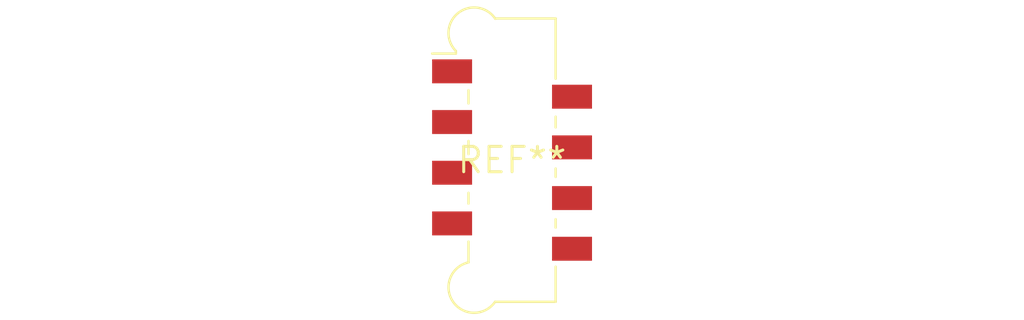
<source format=kicad_pcb>
(kicad_pcb (version 20240108) (generator pcbnew)
  (layers (0 "F.Cu" signal) (31 "B.Cu" signal) (34 "B.Paste" user) (35 "F.Paste" user) (36 "B.SilkS" user "B.Silkscreen") (37 "F.SilkS" user "F.Silkscreen") (38 "B.Mask" user) (39 "F.Mask" user) (44 "Edge.Cuts" user))
  (net 0 "")
  (footprint "Molex_Picoflex_90814-0008_2x04_P1.27mm_Vertical" (layer "F.Cu") (at 0 0)
    (property "Reference" "REF**")
    (property "Value" "Molex_Picoflex_90814-0008_2x04_P1.27mm_Vertical")
    (fp_line (start -2.81 -5.47) (end -2.81 -5.34) (layer "F.SilkS") (stroke (width 0.12)))
    (fp_line (start -2.81 -5.34) (end -4 -5.34) (layer "F.SilkS") (stroke (width 0.12)))
    (fp_line (start -2.18 -2.84) (end -2.18 -3.5) (layer "F.SilkS") (stroke (width 0.12)))
    (fp_line (start -2.18 -0.3) (end -2.18 -0.96) (layer "F.SilkS") (stroke (width 0.12)))
    (fp_line (start -2.18 2.18) (end -2.18 1.64) (layer "F.SilkS") (stroke (width 0.12)))
    (fp_line (start -2.18 5.12) (end -2.18 4.08) (layer "F.SilkS") (stroke (width 0.12)))
    (fp_line (start 2.18 -7.1) (end -0.82 -7.1) (layer "F.SilkS") (stroke (width 0.12)))
    (fp_line (start 2.18 -7.1) (end 2.18 -4.08) (layer "F.SilkS") (stroke (width 0.12)))
    (fp_line (start 2.18 -2.18) (end 2.18 -1.64) (layer "F.SilkS") (stroke (width 0.12)))
    (fp_line (start 2.18 0.42) (end 2.18 0.84) (layer "F.SilkS") (stroke (width 0.12)))
    (fp_line (start 2.18 2.96) (end 2.18 3.38) (layer "F.SilkS") (stroke (width 0.12)))
    (fp_line (start 2.18 5.34) (end 2.18 7.1) (layer "F.SilkS") (stroke (width 0.12)))
    (fp_line (start 2.18 7.1) (end -0.85 7.1) (layer "F.SilkS") (stroke (width 0.12)))
    (fp_arc (start -2.81 -5.47) (mid -2.708637 -7.362072) (end -0.834991 -7.079828) (layer "F.SilkS") (stroke (width 0.12)))
    (fp_arc (start -0.85 7.1) (mid -2.962791 7.081248) (end -2.174424 5.120964) (layer "F.SilkS") (stroke (width 0.12)))
    (pad "" np_thru_hole circle (at -1.9 -6.37) (size 1.9 1.9) (drill 1.9) (layers *.Cu *.Mask))
    (pad "" np_thru_hole circle (at -1.9 6.37) (size 1.9 1.9) (drill 1.9) (layers *.Cu *.Mask))
    (pad "1" smd rect (at -3 -4.45) (size 2 1.2) (layers "F.Cu" "F.Paste" "F.Mask"))
    (pad "2" smd rect (at 3 -3.18) (size 2 1.2) (layers "F.Cu" "F.Paste" "F.Mask"))
    (pad "3" smd rect (at -3 -1.91) (size 2 1.2) (layers "F.Cu" "F.Paste" "F.Mask"))
    (pad "4" smd rect (at 3 -0.64) (size 2 1.2) (layers "F.Cu" "F.Paste" "F.Mask"))
    (pad "5" smd rect (at -3 0.63) (size 2 1.2) (layers "F.Cu" "F.Paste" "F.Mask"))
    (pad "6" smd rect (at 3 1.9) (size 2 1.2) (layers "F.Cu" "F.Paste" "F.Mask"))
    (pad "7" smd rect (at -3 3.17) (size 2 1.2) (layers "F.Cu" "F.Paste" "F.Mask"))
    (pad "8" smd rect (at 3 4.44) (size 2 1.2) (layers "F.Cu" "F.Paste" "F.Mask"))
  )
)
</source>
